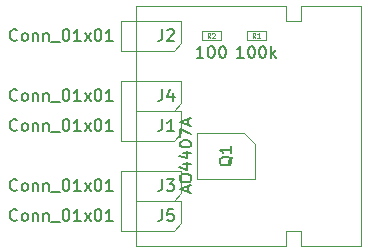
<source format=gbr>
%TF.GenerationSoftware,KiCad,Pcbnew,(5.1.9)-1*%
%TF.CreationDate,2021-04-15T15:10:30+02:00*%
%TF.ProjectId,12_TOR_P,31325f54-4f52-45f5-902e-6b696361645f,rev?*%
%TF.SameCoordinates,Original*%
%TF.FileFunction,Other,Fab,Top*%
%FSLAX46Y46*%
G04 Gerber Fmt 4.6, Leading zero omitted, Abs format (unit mm)*
G04 Created by KiCad (PCBNEW (5.1.9)-1) date 2021-04-15 15:10:30*
%MOMM*%
%LPD*%
G01*
G04 APERTURE LIST*
%TA.AperFunction,Profile*%
%ADD10C,0.050000*%
%TD*%
%ADD11C,0.120000*%
%ADD12C,0.100000*%
%ADD13C,0.150000*%
%ADD14C,0.060000*%
G04 APERTURE END LIST*
D10*
X115570000Y-60960000D02*
X120650000Y-60960000D01*
X115570000Y-62230000D02*
X115570000Y-60960000D01*
X114300000Y-62230000D02*
X115570000Y-62230000D01*
X114300000Y-60960000D02*
X114300000Y-62230000D01*
X115570000Y-81280000D02*
X120650000Y-81280000D01*
X115570000Y-80010000D02*
X115570000Y-81280000D01*
X114300000Y-80010000D02*
X115570000Y-80010000D01*
X114300000Y-81280000D02*
X114300000Y-80010000D01*
X101600000Y-62230000D02*
X101600000Y-60960000D01*
X100330000Y-62230000D02*
X101600000Y-62230000D01*
X100330000Y-64770000D02*
X100330000Y-62230000D01*
X101600000Y-64770000D02*
X100330000Y-64770000D01*
X100330000Y-72390000D02*
X100330000Y-67310000D01*
X101600000Y-72390000D02*
X100330000Y-72390000D01*
X101600000Y-74930000D02*
X101600000Y-72390000D01*
X100330000Y-74930000D02*
X101600000Y-74930000D01*
X120650000Y-60960000D02*
X120650000Y-81280000D01*
X101600000Y-60960000D02*
X114300000Y-60960000D01*
X101600000Y-80010000D02*
X101600000Y-81280000D01*
X100330000Y-80010000D02*
X101600000Y-80010000D01*
X101600000Y-64770000D02*
X101600000Y-67310000D01*
X101600000Y-67310000D02*
X100330000Y-67310000D01*
X114300000Y-81280000D02*
X101600000Y-81280000D01*
X100330000Y-80010000D02*
X100330000Y-74930000D01*
D11*
%TO.C,J1*%
X101600000Y-73025000D02*
X101600000Y-69215000D01*
D12*
X104775000Y-72390000D02*
X101600000Y-72390000D01*
X101600000Y-69850000D02*
X102870000Y-69850000D01*
X102870000Y-69850000D02*
X105410000Y-69850000D01*
X105410000Y-69850000D02*
X105410000Y-71755000D01*
X105410000Y-71755000D02*
X104775000Y-72390000D01*
%TO.C,J2*%
X105410000Y-64135000D02*
X104775000Y-64770000D01*
X105410000Y-62230000D02*
X105410000Y-64135000D01*
X102870000Y-62230000D02*
X105410000Y-62230000D01*
X101600000Y-62230000D02*
X102870000Y-62230000D01*
X104775000Y-64770000D02*
X101600000Y-64770000D01*
D11*
X101600000Y-65405000D02*
X101600000Y-61595000D01*
D12*
%TO.C,J3*%
X105410000Y-76835000D02*
X104775000Y-77470000D01*
X105410000Y-74930000D02*
X105410000Y-76835000D01*
X102870000Y-74930000D02*
X105410000Y-74930000D01*
X101600000Y-74930000D02*
X102870000Y-74930000D01*
X104775000Y-77470000D02*
X101600000Y-77470000D01*
D11*
X101600000Y-78105000D02*
X101600000Y-74295000D01*
D12*
%TO.C,Q1*%
X110695000Y-71710000D02*
X111670000Y-72685000D01*
X106770000Y-71710000D02*
X110695000Y-71710000D01*
X106770000Y-75610000D02*
X106770000Y-71710000D01*
X111670000Y-75610000D02*
X106770000Y-75610000D01*
X111670000Y-72685000D02*
X111670000Y-75610000D01*
%TO.C,R1*%
X112560000Y-63900000D02*
X110960000Y-63900000D01*
X112560000Y-63100000D02*
X112560000Y-63900000D01*
X110960000Y-63100000D02*
X112560000Y-63100000D01*
X110960000Y-63900000D02*
X110960000Y-63100000D01*
%TO.C,R2*%
X107150000Y-63900000D02*
X107150000Y-63100000D01*
X107150000Y-63100000D02*
X108750000Y-63100000D01*
X108750000Y-63100000D02*
X108750000Y-63900000D01*
X108750000Y-63900000D02*
X107150000Y-63900000D01*
D11*
%TO.C,J4*%
X101600000Y-70485000D02*
X101600000Y-66675000D01*
D12*
X104775000Y-69850000D02*
X101600000Y-69850000D01*
X101600000Y-67310000D02*
X102870000Y-67310000D01*
X102870000Y-67310000D02*
X105410000Y-67310000D01*
X105410000Y-67310000D02*
X105410000Y-69215000D01*
X105410000Y-69215000D02*
X104775000Y-69850000D01*
%TO.C,J5*%
X105410000Y-79375000D02*
X104775000Y-80010000D01*
X105410000Y-77470000D02*
X105410000Y-79375000D01*
X102870000Y-77470000D02*
X105410000Y-77470000D01*
X101600000Y-77470000D02*
X102870000Y-77470000D01*
X104775000Y-80010000D02*
X101600000Y-80010000D01*
D11*
X101600000Y-80645000D02*
X101600000Y-76835000D01*
%TD*%
%TO.C,J1*%
D13*
X91511904Y-71477142D02*
X91464285Y-71524761D01*
X91321428Y-71572380D01*
X91226190Y-71572380D01*
X91083333Y-71524761D01*
X90988095Y-71429523D01*
X90940476Y-71334285D01*
X90892857Y-71143809D01*
X90892857Y-71000952D01*
X90940476Y-70810476D01*
X90988095Y-70715238D01*
X91083333Y-70620000D01*
X91226190Y-70572380D01*
X91321428Y-70572380D01*
X91464285Y-70620000D01*
X91511904Y-70667619D01*
X92083333Y-71572380D02*
X91988095Y-71524761D01*
X91940476Y-71477142D01*
X91892857Y-71381904D01*
X91892857Y-71096190D01*
X91940476Y-71000952D01*
X91988095Y-70953333D01*
X92083333Y-70905714D01*
X92226190Y-70905714D01*
X92321428Y-70953333D01*
X92369047Y-71000952D01*
X92416666Y-71096190D01*
X92416666Y-71381904D01*
X92369047Y-71477142D01*
X92321428Y-71524761D01*
X92226190Y-71572380D01*
X92083333Y-71572380D01*
X92845238Y-70905714D02*
X92845238Y-71572380D01*
X92845238Y-71000952D02*
X92892857Y-70953333D01*
X92988095Y-70905714D01*
X93130952Y-70905714D01*
X93226190Y-70953333D01*
X93273809Y-71048571D01*
X93273809Y-71572380D01*
X93750000Y-70905714D02*
X93750000Y-71572380D01*
X93750000Y-71000952D02*
X93797619Y-70953333D01*
X93892857Y-70905714D01*
X94035714Y-70905714D01*
X94130952Y-70953333D01*
X94178571Y-71048571D01*
X94178571Y-71572380D01*
X94416666Y-71667619D02*
X95178571Y-71667619D01*
X95607142Y-70572380D02*
X95702380Y-70572380D01*
X95797619Y-70620000D01*
X95845238Y-70667619D01*
X95892857Y-70762857D01*
X95940476Y-70953333D01*
X95940476Y-71191428D01*
X95892857Y-71381904D01*
X95845238Y-71477142D01*
X95797619Y-71524761D01*
X95702380Y-71572380D01*
X95607142Y-71572380D01*
X95511904Y-71524761D01*
X95464285Y-71477142D01*
X95416666Y-71381904D01*
X95369047Y-71191428D01*
X95369047Y-70953333D01*
X95416666Y-70762857D01*
X95464285Y-70667619D01*
X95511904Y-70620000D01*
X95607142Y-70572380D01*
X96892857Y-71572380D02*
X96321428Y-71572380D01*
X96607142Y-71572380D02*
X96607142Y-70572380D01*
X96511904Y-70715238D01*
X96416666Y-70810476D01*
X96321428Y-70858095D01*
X97226190Y-71572380D02*
X97750000Y-70905714D01*
X97226190Y-70905714D02*
X97750000Y-71572380D01*
X98321428Y-70572380D02*
X98416666Y-70572380D01*
X98511904Y-70620000D01*
X98559523Y-70667619D01*
X98607142Y-70762857D01*
X98654761Y-70953333D01*
X98654761Y-71191428D01*
X98607142Y-71381904D01*
X98559523Y-71477142D01*
X98511904Y-71524761D01*
X98416666Y-71572380D01*
X98321428Y-71572380D01*
X98226190Y-71524761D01*
X98178571Y-71477142D01*
X98130952Y-71381904D01*
X98083333Y-71191428D01*
X98083333Y-70953333D01*
X98130952Y-70762857D01*
X98178571Y-70667619D01*
X98226190Y-70620000D01*
X98321428Y-70572380D01*
X99607142Y-71572380D02*
X99035714Y-71572380D01*
X99321428Y-71572380D02*
X99321428Y-70572380D01*
X99226190Y-70715238D01*
X99130952Y-70810476D01*
X99035714Y-70858095D01*
X103806666Y-70572380D02*
X103806666Y-71286666D01*
X103759047Y-71429523D01*
X103663809Y-71524761D01*
X103520952Y-71572380D01*
X103425714Y-71572380D01*
X104806666Y-71572380D02*
X104235238Y-71572380D01*
X104520952Y-71572380D02*
X104520952Y-70572380D01*
X104425714Y-70715238D01*
X104330476Y-70810476D01*
X104235238Y-70858095D01*
%TO.C,J2*%
X91511904Y-63857142D02*
X91464285Y-63904761D01*
X91321428Y-63952380D01*
X91226190Y-63952380D01*
X91083333Y-63904761D01*
X90988095Y-63809523D01*
X90940476Y-63714285D01*
X90892857Y-63523809D01*
X90892857Y-63380952D01*
X90940476Y-63190476D01*
X90988095Y-63095238D01*
X91083333Y-63000000D01*
X91226190Y-62952380D01*
X91321428Y-62952380D01*
X91464285Y-63000000D01*
X91511904Y-63047619D01*
X92083333Y-63952380D02*
X91988095Y-63904761D01*
X91940476Y-63857142D01*
X91892857Y-63761904D01*
X91892857Y-63476190D01*
X91940476Y-63380952D01*
X91988095Y-63333333D01*
X92083333Y-63285714D01*
X92226190Y-63285714D01*
X92321428Y-63333333D01*
X92369047Y-63380952D01*
X92416666Y-63476190D01*
X92416666Y-63761904D01*
X92369047Y-63857142D01*
X92321428Y-63904761D01*
X92226190Y-63952380D01*
X92083333Y-63952380D01*
X92845238Y-63285714D02*
X92845238Y-63952380D01*
X92845238Y-63380952D02*
X92892857Y-63333333D01*
X92988095Y-63285714D01*
X93130952Y-63285714D01*
X93226190Y-63333333D01*
X93273809Y-63428571D01*
X93273809Y-63952380D01*
X93750000Y-63285714D02*
X93750000Y-63952380D01*
X93750000Y-63380952D02*
X93797619Y-63333333D01*
X93892857Y-63285714D01*
X94035714Y-63285714D01*
X94130952Y-63333333D01*
X94178571Y-63428571D01*
X94178571Y-63952380D01*
X94416666Y-64047619D02*
X95178571Y-64047619D01*
X95607142Y-62952380D02*
X95702380Y-62952380D01*
X95797619Y-63000000D01*
X95845238Y-63047619D01*
X95892857Y-63142857D01*
X95940476Y-63333333D01*
X95940476Y-63571428D01*
X95892857Y-63761904D01*
X95845238Y-63857142D01*
X95797619Y-63904761D01*
X95702380Y-63952380D01*
X95607142Y-63952380D01*
X95511904Y-63904761D01*
X95464285Y-63857142D01*
X95416666Y-63761904D01*
X95369047Y-63571428D01*
X95369047Y-63333333D01*
X95416666Y-63142857D01*
X95464285Y-63047619D01*
X95511904Y-63000000D01*
X95607142Y-62952380D01*
X96892857Y-63952380D02*
X96321428Y-63952380D01*
X96607142Y-63952380D02*
X96607142Y-62952380D01*
X96511904Y-63095238D01*
X96416666Y-63190476D01*
X96321428Y-63238095D01*
X97226190Y-63952380D02*
X97750000Y-63285714D01*
X97226190Y-63285714D02*
X97750000Y-63952380D01*
X98321428Y-62952380D02*
X98416666Y-62952380D01*
X98511904Y-63000000D01*
X98559523Y-63047619D01*
X98607142Y-63142857D01*
X98654761Y-63333333D01*
X98654761Y-63571428D01*
X98607142Y-63761904D01*
X98559523Y-63857142D01*
X98511904Y-63904761D01*
X98416666Y-63952380D01*
X98321428Y-63952380D01*
X98226190Y-63904761D01*
X98178571Y-63857142D01*
X98130952Y-63761904D01*
X98083333Y-63571428D01*
X98083333Y-63333333D01*
X98130952Y-63142857D01*
X98178571Y-63047619D01*
X98226190Y-63000000D01*
X98321428Y-62952380D01*
X99607142Y-63952380D02*
X99035714Y-63952380D01*
X99321428Y-63952380D02*
X99321428Y-62952380D01*
X99226190Y-63095238D01*
X99130952Y-63190476D01*
X99035714Y-63238095D01*
X103806666Y-62952380D02*
X103806666Y-63666666D01*
X103759047Y-63809523D01*
X103663809Y-63904761D01*
X103520952Y-63952380D01*
X103425714Y-63952380D01*
X104235238Y-63047619D02*
X104282857Y-63000000D01*
X104378095Y-62952380D01*
X104616190Y-62952380D01*
X104711428Y-63000000D01*
X104759047Y-63047619D01*
X104806666Y-63142857D01*
X104806666Y-63238095D01*
X104759047Y-63380952D01*
X104187619Y-63952380D01*
X104806666Y-63952380D01*
%TO.C,J3*%
X91511904Y-76557142D02*
X91464285Y-76604761D01*
X91321428Y-76652380D01*
X91226190Y-76652380D01*
X91083333Y-76604761D01*
X90988095Y-76509523D01*
X90940476Y-76414285D01*
X90892857Y-76223809D01*
X90892857Y-76080952D01*
X90940476Y-75890476D01*
X90988095Y-75795238D01*
X91083333Y-75700000D01*
X91226190Y-75652380D01*
X91321428Y-75652380D01*
X91464285Y-75700000D01*
X91511904Y-75747619D01*
X92083333Y-76652380D02*
X91988095Y-76604761D01*
X91940476Y-76557142D01*
X91892857Y-76461904D01*
X91892857Y-76176190D01*
X91940476Y-76080952D01*
X91988095Y-76033333D01*
X92083333Y-75985714D01*
X92226190Y-75985714D01*
X92321428Y-76033333D01*
X92369047Y-76080952D01*
X92416666Y-76176190D01*
X92416666Y-76461904D01*
X92369047Y-76557142D01*
X92321428Y-76604761D01*
X92226190Y-76652380D01*
X92083333Y-76652380D01*
X92845238Y-75985714D02*
X92845238Y-76652380D01*
X92845238Y-76080952D02*
X92892857Y-76033333D01*
X92988095Y-75985714D01*
X93130952Y-75985714D01*
X93226190Y-76033333D01*
X93273809Y-76128571D01*
X93273809Y-76652380D01*
X93750000Y-75985714D02*
X93750000Y-76652380D01*
X93750000Y-76080952D02*
X93797619Y-76033333D01*
X93892857Y-75985714D01*
X94035714Y-75985714D01*
X94130952Y-76033333D01*
X94178571Y-76128571D01*
X94178571Y-76652380D01*
X94416666Y-76747619D02*
X95178571Y-76747619D01*
X95607142Y-75652380D02*
X95702380Y-75652380D01*
X95797619Y-75700000D01*
X95845238Y-75747619D01*
X95892857Y-75842857D01*
X95940476Y-76033333D01*
X95940476Y-76271428D01*
X95892857Y-76461904D01*
X95845238Y-76557142D01*
X95797619Y-76604761D01*
X95702380Y-76652380D01*
X95607142Y-76652380D01*
X95511904Y-76604761D01*
X95464285Y-76557142D01*
X95416666Y-76461904D01*
X95369047Y-76271428D01*
X95369047Y-76033333D01*
X95416666Y-75842857D01*
X95464285Y-75747619D01*
X95511904Y-75700000D01*
X95607142Y-75652380D01*
X96892857Y-76652380D02*
X96321428Y-76652380D01*
X96607142Y-76652380D02*
X96607142Y-75652380D01*
X96511904Y-75795238D01*
X96416666Y-75890476D01*
X96321428Y-75938095D01*
X97226190Y-76652380D02*
X97750000Y-75985714D01*
X97226190Y-75985714D02*
X97750000Y-76652380D01*
X98321428Y-75652380D02*
X98416666Y-75652380D01*
X98511904Y-75700000D01*
X98559523Y-75747619D01*
X98607142Y-75842857D01*
X98654761Y-76033333D01*
X98654761Y-76271428D01*
X98607142Y-76461904D01*
X98559523Y-76557142D01*
X98511904Y-76604761D01*
X98416666Y-76652380D01*
X98321428Y-76652380D01*
X98226190Y-76604761D01*
X98178571Y-76557142D01*
X98130952Y-76461904D01*
X98083333Y-76271428D01*
X98083333Y-76033333D01*
X98130952Y-75842857D01*
X98178571Y-75747619D01*
X98226190Y-75700000D01*
X98321428Y-75652380D01*
X99607142Y-76652380D02*
X99035714Y-76652380D01*
X99321428Y-76652380D02*
X99321428Y-75652380D01*
X99226190Y-75795238D01*
X99130952Y-75890476D01*
X99035714Y-75938095D01*
X103806666Y-75652380D02*
X103806666Y-76366666D01*
X103759047Y-76509523D01*
X103663809Y-76604761D01*
X103520952Y-76652380D01*
X103425714Y-76652380D01*
X104187619Y-75652380D02*
X104806666Y-75652380D01*
X104473333Y-76033333D01*
X104616190Y-76033333D01*
X104711428Y-76080952D01*
X104759047Y-76128571D01*
X104806666Y-76223809D01*
X104806666Y-76461904D01*
X104759047Y-76557142D01*
X104711428Y-76604761D01*
X104616190Y-76652380D01*
X104330476Y-76652380D01*
X104235238Y-76604761D01*
X104187619Y-76557142D01*
%TO.C,Q1*%
X105986666Y-76755238D02*
X105986666Y-76279047D01*
X106272380Y-76850476D02*
X105272380Y-76517142D01*
X106272380Y-76183809D01*
X105272380Y-75660000D02*
X105272380Y-75469523D01*
X105320000Y-75374285D01*
X105415238Y-75279047D01*
X105605714Y-75231428D01*
X105939047Y-75231428D01*
X106129523Y-75279047D01*
X106224761Y-75374285D01*
X106272380Y-75469523D01*
X106272380Y-75660000D01*
X106224761Y-75755238D01*
X106129523Y-75850476D01*
X105939047Y-75898095D01*
X105605714Y-75898095D01*
X105415238Y-75850476D01*
X105320000Y-75755238D01*
X105272380Y-75660000D01*
X105605714Y-74374285D02*
X106272380Y-74374285D01*
X105224761Y-74612380D02*
X105939047Y-74850476D01*
X105939047Y-74231428D01*
X105605714Y-73421904D02*
X106272380Y-73421904D01*
X105224761Y-73660000D02*
X105939047Y-73898095D01*
X105939047Y-73279047D01*
X105272380Y-72707619D02*
X105272380Y-72612380D01*
X105320000Y-72517142D01*
X105367619Y-72469523D01*
X105462857Y-72421904D01*
X105653333Y-72374285D01*
X105891428Y-72374285D01*
X106081904Y-72421904D01*
X106177142Y-72469523D01*
X106224761Y-72517142D01*
X106272380Y-72612380D01*
X106272380Y-72707619D01*
X106224761Y-72802857D01*
X106177142Y-72850476D01*
X106081904Y-72898095D01*
X105891428Y-72945714D01*
X105653333Y-72945714D01*
X105462857Y-72898095D01*
X105367619Y-72850476D01*
X105320000Y-72802857D01*
X105272380Y-72707619D01*
X105272380Y-72040952D02*
X105272380Y-71374285D01*
X106272380Y-71802857D01*
X105986666Y-71040952D02*
X105986666Y-70564761D01*
X106272380Y-71136190D02*
X105272380Y-70802857D01*
X106272380Y-70469523D01*
X109756666Y-73753333D02*
X109710000Y-73846666D01*
X109616666Y-73940000D01*
X109476666Y-74080000D01*
X109430000Y-74173333D01*
X109430000Y-74266666D01*
X109663333Y-74220000D02*
X109616666Y-74313333D01*
X109523333Y-74406666D01*
X109336666Y-74453333D01*
X109010000Y-74453333D01*
X108823333Y-74406666D01*
X108730000Y-74313333D01*
X108683333Y-74220000D01*
X108683333Y-74033333D01*
X108730000Y-73940000D01*
X108823333Y-73846666D01*
X109010000Y-73800000D01*
X109336666Y-73800000D01*
X109523333Y-73846666D01*
X109616666Y-73940000D01*
X109663333Y-74033333D01*
X109663333Y-74220000D01*
X109663333Y-72866666D02*
X109663333Y-73426666D01*
X109663333Y-73146666D02*
X108683333Y-73146666D01*
X108823333Y-73240000D01*
X108916666Y-73333333D01*
X108963333Y-73426666D01*
%TO.C,R1*%
X110688571Y-65382380D02*
X110117142Y-65382380D01*
X110402857Y-65382380D02*
X110402857Y-64382380D01*
X110307619Y-64525238D01*
X110212380Y-64620476D01*
X110117142Y-64668095D01*
X111307619Y-64382380D02*
X111402857Y-64382380D01*
X111498095Y-64430000D01*
X111545714Y-64477619D01*
X111593333Y-64572857D01*
X111640952Y-64763333D01*
X111640952Y-65001428D01*
X111593333Y-65191904D01*
X111545714Y-65287142D01*
X111498095Y-65334761D01*
X111402857Y-65382380D01*
X111307619Y-65382380D01*
X111212380Y-65334761D01*
X111164761Y-65287142D01*
X111117142Y-65191904D01*
X111069523Y-65001428D01*
X111069523Y-64763333D01*
X111117142Y-64572857D01*
X111164761Y-64477619D01*
X111212380Y-64430000D01*
X111307619Y-64382380D01*
X112260000Y-64382380D02*
X112355238Y-64382380D01*
X112450476Y-64430000D01*
X112498095Y-64477619D01*
X112545714Y-64572857D01*
X112593333Y-64763333D01*
X112593333Y-65001428D01*
X112545714Y-65191904D01*
X112498095Y-65287142D01*
X112450476Y-65334761D01*
X112355238Y-65382380D01*
X112260000Y-65382380D01*
X112164761Y-65334761D01*
X112117142Y-65287142D01*
X112069523Y-65191904D01*
X112021904Y-65001428D01*
X112021904Y-64763333D01*
X112069523Y-64572857D01*
X112117142Y-64477619D01*
X112164761Y-64430000D01*
X112260000Y-64382380D01*
X113021904Y-65382380D02*
X113021904Y-64382380D01*
X113117142Y-65001428D02*
X113402857Y-65382380D01*
X113402857Y-64715714D02*
X113021904Y-65096666D01*
D14*
X111693333Y-63680952D02*
X111560000Y-63490476D01*
X111464761Y-63680952D02*
X111464761Y-63280952D01*
X111617142Y-63280952D01*
X111655238Y-63300000D01*
X111674285Y-63319047D01*
X111693333Y-63357142D01*
X111693333Y-63414285D01*
X111674285Y-63452380D01*
X111655238Y-63471428D01*
X111617142Y-63490476D01*
X111464761Y-63490476D01*
X112074285Y-63680952D02*
X111845714Y-63680952D01*
X111960000Y-63680952D02*
X111960000Y-63280952D01*
X111921904Y-63338095D01*
X111883809Y-63376190D01*
X111845714Y-63395238D01*
%TO.C,R2*%
D13*
X107283333Y-65382380D02*
X106711904Y-65382380D01*
X106997619Y-65382380D02*
X106997619Y-64382380D01*
X106902380Y-64525238D01*
X106807142Y-64620476D01*
X106711904Y-64668095D01*
X107902380Y-64382380D02*
X107997619Y-64382380D01*
X108092857Y-64430000D01*
X108140476Y-64477619D01*
X108188095Y-64572857D01*
X108235714Y-64763333D01*
X108235714Y-65001428D01*
X108188095Y-65191904D01*
X108140476Y-65287142D01*
X108092857Y-65334761D01*
X107997619Y-65382380D01*
X107902380Y-65382380D01*
X107807142Y-65334761D01*
X107759523Y-65287142D01*
X107711904Y-65191904D01*
X107664285Y-65001428D01*
X107664285Y-64763333D01*
X107711904Y-64572857D01*
X107759523Y-64477619D01*
X107807142Y-64430000D01*
X107902380Y-64382380D01*
X108854761Y-64382380D02*
X108950000Y-64382380D01*
X109045238Y-64430000D01*
X109092857Y-64477619D01*
X109140476Y-64572857D01*
X109188095Y-64763333D01*
X109188095Y-65001428D01*
X109140476Y-65191904D01*
X109092857Y-65287142D01*
X109045238Y-65334761D01*
X108950000Y-65382380D01*
X108854761Y-65382380D01*
X108759523Y-65334761D01*
X108711904Y-65287142D01*
X108664285Y-65191904D01*
X108616666Y-65001428D01*
X108616666Y-64763333D01*
X108664285Y-64572857D01*
X108711904Y-64477619D01*
X108759523Y-64430000D01*
X108854761Y-64382380D01*
D14*
X107883333Y-63680952D02*
X107750000Y-63490476D01*
X107654761Y-63680952D02*
X107654761Y-63280952D01*
X107807142Y-63280952D01*
X107845238Y-63300000D01*
X107864285Y-63319047D01*
X107883333Y-63357142D01*
X107883333Y-63414285D01*
X107864285Y-63452380D01*
X107845238Y-63471428D01*
X107807142Y-63490476D01*
X107654761Y-63490476D01*
X108035714Y-63319047D02*
X108054761Y-63300000D01*
X108092857Y-63280952D01*
X108188095Y-63280952D01*
X108226190Y-63300000D01*
X108245238Y-63319047D01*
X108264285Y-63357142D01*
X108264285Y-63395238D01*
X108245238Y-63452380D01*
X108016666Y-63680952D01*
X108264285Y-63680952D01*
%TO.C,J4*%
D13*
X91511904Y-68937142D02*
X91464285Y-68984761D01*
X91321428Y-69032380D01*
X91226190Y-69032380D01*
X91083333Y-68984761D01*
X90988095Y-68889523D01*
X90940476Y-68794285D01*
X90892857Y-68603809D01*
X90892857Y-68460952D01*
X90940476Y-68270476D01*
X90988095Y-68175238D01*
X91083333Y-68080000D01*
X91226190Y-68032380D01*
X91321428Y-68032380D01*
X91464285Y-68080000D01*
X91511904Y-68127619D01*
X92083333Y-69032380D02*
X91988095Y-68984761D01*
X91940476Y-68937142D01*
X91892857Y-68841904D01*
X91892857Y-68556190D01*
X91940476Y-68460952D01*
X91988095Y-68413333D01*
X92083333Y-68365714D01*
X92226190Y-68365714D01*
X92321428Y-68413333D01*
X92369047Y-68460952D01*
X92416666Y-68556190D01*
X92416666Y-68841904D01*
X92369047Y-68937142D01*
X92321428Y-68984761D01*
X92226190Y-69032380D01*
X92083333Y-69032380D01*
X92845238Y-68365714D02*
X92845238Y-69032380D01*
X92845238Y-68460952D02*
X92892857Y-68413333D01*
X92988095Y-68365714D01*
X93130952Y-68365714D01*
X93226190Y-68413333D01*
X93273809Y-68508571D01*
X93273809Y-69032380D01*
X93750000Y-68365714D02*
X93750000Y-69032380D01*
X93750000Y-68460952D02*
X93797619Y-68413333D01*
X93892857Y-68365714D01*
X94035714Y-68365714D01*
X94130952Y-68413333D01*
X94178571Y-68508571D01*
X94178571Y-69032380D01*
X94416666Y-69127619D02*
X95178571Y-69127619D01*
X95607142Y-68032380D02*
X95702380Y-68032380D01*
X95797619Y-68080000D01*
X95845238Y-68127619D01*
X95892857Y-68222857D01*
X95940476Y-68413333D01*
X95940476Y-68651428D01*
X95892857Y-68841904D01*
X95845238Y-68937142D01*
X95797619Y-68984761D01*
X95702380Y-69032380D01*
X95607142Y-69032380D01*
X95511904Y-68984761D01*
X95464285Y-68937142D01*
X95416666Y-68841904D01*
X95369047Y-68651428D01*
X95369047Y-68413333D01*
X95416666Y-68222857D01*
X95464285Y-68127619D01*
X95511904Y-68080000D01*
X95607142Y-68032380D01*
X96892857Y-69032380D02*
X96321428Y-69032380D01*
X96607142Y-69032380D02*
X96607142Y-68032380D01*
X96511904Y-68175238D01*
X96416666Y-68270476D01*
X96321428Y-68318095D01*
X97226190Y-69032380D02*
X97750000Y-68365714D01*
X97226190Y-68365714D02*
X97750000Y-69032380D01*
X98321428Y-68032380D02*
X98416666Y-68032380D01*
X98511904Y-68080000D01*
X98559523Y-68127619D01*
X98607142Y-68222857D01*
X98654761Y-68413333D01*
X98654761Y-68651428D01*
X98607142Y-68841904D01*
X98559523Y-68937142D01*
X98511904Y-68984761D01*
X98416666Y-69032380D01*
X98321428Y-69032380D01*
X98226190Y-68984761D01*
X98178571Y-68937142D01*
X98130952Y-68841904D01*
X98083333Y-68651428D01*
X98083333Y-68413333D01*
X98130952Y-68222857D01*
X98178571Y-68127619D01*
X98226190Y-68080000D01*
X98321428Y-68032380D01*
X99607142Y-69032380D02*
X99035714Y-69032380D01*
X99321428Y-69032380D02*
X99321428Y-68032380D01*
X99226190Y-68175238D01*
X99130952Y-68270476D01*
X99035714Y-68318095D01*
X103806666Y-68032380D02*
X103806666Y-68746666D01*
X103759047Y-68889523D01*
X103663809Y-68984761D01*
X103520952Y-69032380D01*
X103425714Y-69032380D01*
X104711428Y-68365714D02*
X104711428Y-69032380D01*
X104473333Y-67984761D02*
X104235238Y-68699047D01*
X104854285Y-68699047D01*
%TO.C,J5*%
X91511904Y-79097142D02*
X91464285Y-79144761D01*
X91321428Y-79192380D01*
X91226190Y-79192380D01*
X91083333Y-79144761D01*
X90988095Y-79049523D01*
X90940476Y-78954285D01*
X90892857Y-78763809D01*
X90892857Y-78620952D01*
X90940476Y-78430476D01*
X90988095Y-78335238D01*
X91083333Y-78240000D01*
X91226190Y-78192380D01*
X91321428Y-78192380D01*
X91464285Y-78240000D01*
X91511904Y-78287619D01*
X92083333Y-79192380D02*
X91988095Y-79144761D01*
X91940476Y-79097142D01*
X91892857Y-79001904D01*
X91892857Y-78716190D01*
X91940476Y-78620952D01*
X91988095Y-78573333D01*
X92083333Y-78525714D01*
X92226190Y-78525714D01*
X92321428Y-78573333D01*
X92369047Y-78620952D01*
X92416666Y-78716190D01*
X92416666Y-79001904D01*
X92369047Y-79097142D01*
X92321428Y-79144761D01*
X92226190Y-79192380D01*
X92083333Y-79192380D01*
X92845238Y-78525714D02*
X92845238Y-79192380D01*
X92845238Y-78620952D02*
X92892857Y-78573333D01*
X92988095Y-78525714D01*
X93130952Y-78525714D01*
X93226190Y-78573333D01*
X93273809Y-78668571D01*
X93273809Y-79192380D01*
X93750000Y-78525714D02*
X93750000Y-79192380D01*
X93750000Y-78620952D02*
X93797619Y-78573333D01*
X93892857Y-78525714D01*
X94035714Y-78525714D01*
X94130952Y-78573333D01*
X94178571Y-78668571D01*
X94178571Y-79192380D01*
X94416666Y-79287619D02*
X95178571Y-79287619D01*
X95607142Y-78192380D02*
X95702380Y-78192380D01*
X95797619Y-78240000D01*
X95845238Y-78287619D01*
X95892857Y-78382857D01*
X95940476Y-78573333D01*
X95940476Y-78811428D01*
X95892857Y-79001904D01*
X95845238Y-79097142D01*
X95797619Y-79144761D01*
X95702380Y-79192380D01*
X95607142Y-79192380D01*
X95511904Y-79144761D01*
X95464285Y-79097142D01*
X95416666Y-79001904D01*
X95369047Y-78811428D01*
X95369047Y-78573333D01*
X95416666Y-78382857D01*
X95464285Y-78287619D01*
X95511904Y-78240000D01*
X95607142Y-78192380D01*
X96892857Y-79192380D02*
X96321428Y-79192380D01*
X96607142Y-79192380D02*
X96607142Y-78192380D01*
X96511904Y-78335238D01*
X96416666Y-78430476D01*
X96321428Y-78478095D01*
X97226190Y-79192380D02*
X97750000Y-78525714D01*
X97226190Y-78525714D02*
X97750000Y-79192380D01*
X98321428Y-78192380D02*
X98416666Y-78192380D01*
X98511904Y-78240000D01*
X98559523Y-78287619D01*
X98607142Y-78382857D01*
X98654761Y-78573333D01*
X98654761Y-78811428D01*
X98607142Y-79001904D01*
X98559523Y-79097142D01*
X98511904Y-79144761D01*
X98416666Y-79192380D01*
X98321428Y-79192380D01*
X98226190Y-79144761D01*
X98178571Y-79097142D01*
X98130952Y-79001904D01*
X98083333Y-78811428D01*
X98083333Y-78573333D01*
X98130952Y-78382857D01*
X98178571Y-78287619D01*
X98226190Y-78240000D01*
X98321428Y-78192380D01*
X99607142Y-79192380D02*
X99035714Y-79192380D01*
X99321428Y-79192380D02*
X99321428Y-78192380D01*
X99226190Y-78335238D01*
X99130952Y-78430476D01*
X99035714Y-78478095D01*
X103806666Y-78192380D02*
X103806666Y-78906666D01*
X103759047Y-79049523D01*
X103663809Y-79144761D01*
X103520952Y-79192380D01*
X103425714Y-79192380D01*
X104759047Y-78192380D02*
X104282857Y-78192380D01*
X104235238Y-78668571D01*
X104282857Y-78620952D01*
X104378095Y-78573333D01*
X104616190Y-78573333D01*
X104711428Y-78620952D01*
X104759047Y-78668571D01*
X104806666Y-78763809D01*
X104806666Y-79001904D01*
X104759047Y-79097142D01*
X104711428Y-79144761D01*
X104616190Y-79192380D01*
X104378095Y-79192380D01*
X104282857Y-79144761D01*
X104235238Y-79097142D01*
%TD*%
M02*

</source>
